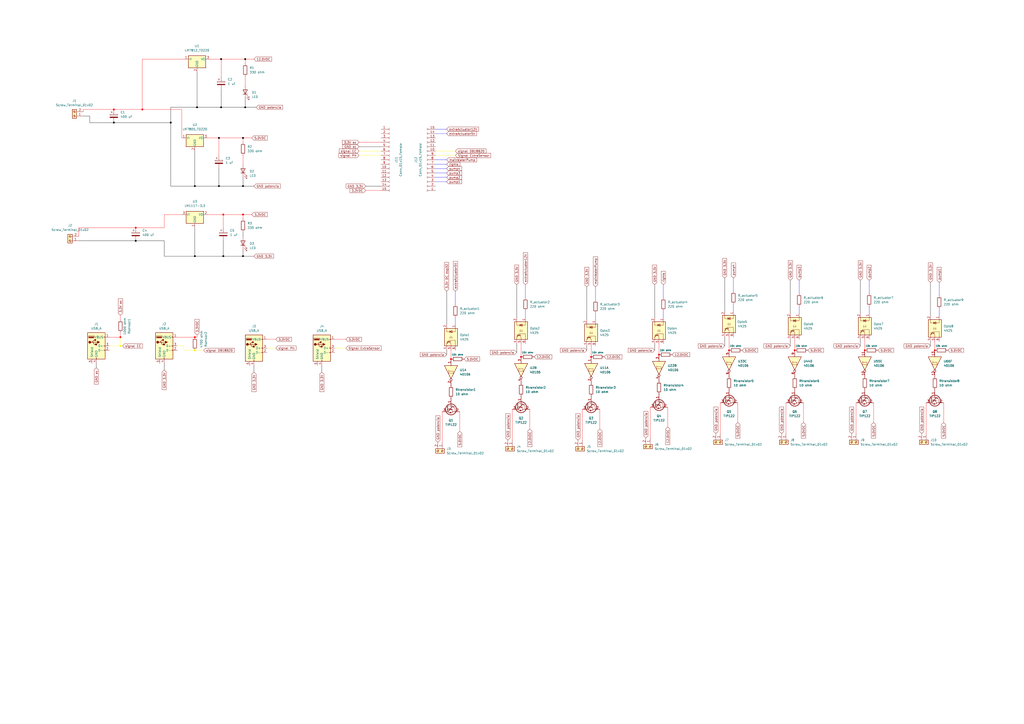
<source format=kicad_sch>
(kicad_sch (version 20211123) (generator eeschema)
  (paper "A2")
  (junction (at 66.04 71.12) (color 6 6 6 1))
  (junction (at 127 80.01) (color 0 0 0 1))
  (junction (at 113.03 148.59) (color 0 0 0 1))
  (junction (at 113.03 203.2) (color 255 245 5 1))
  (junction (at 114.3 62.23) (color 0 0 0 1))
  (junction (at 140.97 107.95) (color 0 0 0 1))
  (junction (at 261.62 208.28) (color 255 6 0 1))
  (junction (at 82.55 63.5) (color 255 0 8 1))
  (junction (at 142.24 34.29) (color 0 0 0 1))
  (junction (at 127 107.95) (color 0 0 0 1))
  (junction (at 128.27 62.23) (color 0 0 0 1))
  (junction (at 142.24 62.23) (color 0 0 0 1))
  (junction (at 129.54 124.46) (color 255 2 9 1))
  (junction (at 69.85 200.66) (color 255 243 1 1))
  (junction (at 129.54 148.59) (color 0 0 0 1))
  (junction (at 422.91 203.2) (color 255 2 0 1))
  (junction (at 69.85 195.58) (color 255 0 0 1))
  (junction (at 342.9 207.01) (color 255 0 6 1))
  (junction (at 99.06 71.12) (color 0 0 0 1))
  (junction (at 461.01 203.2) (color 255 0 0 1))
  (junction (at 140.97 148.59) (color 0 0 0 1))
  (junction (at 66.04 63.5) (color 255 0 4 1))
  (junction (at 140.97 124.46) (color 255 2 9 1))
  (junction (at 382.27 205.74) (color 255 0 0 1))
  (junction (at 302.26 207.01) (color 255 0 2 1))
  (junction (at 542.29 203.2) (color 255 2 6 1))
  (junction (at 113.03 195.58) (color 255 0 0 1))
  (junction (at 78.74 139.7) (color 0 0 0 1))
  (junction (at 78.74 132.08) (color 255 0 2 1))
  (junction (at 501.65 203.2) (color 255 0 0 1))
  (junction (at 140.97 80.01) (color 0 0 0 1))
  (junction (at 113.03 107.95) (color 0 0 0 1))
  (junction (at 128.27 34.29) (color 0 0 0 1))
  (wire (pts (xy 537.21 233.68) (xy 537.21 251.46)) (stroke (width 0) (color 255 10 6 1)))
  (wire (pts (xy 45.72 139.7) (xy 78.74 139.7)) (stroke (width 0) (color 0 0 0 1)))
  (wire (pts (xy 113.03 87.63) (xy 113.03 107.95)) (stroke (width 0) (color 0 0 0 1)))
  (wire (pts (xy 128.27 52.07) (xy 128.27 62.23)) (stroke (width 0) (color 0 0 0 1)))
  (wire (pts (xy 382.27 199.39) (xy 382.27 205.74)) (stroke (width 0) (color 255 0 2 1)))
  (wire (pts (xy 220.98 87.63) (xy 208.28 87.63)) (stroke (width 0) (color 255 252 5 1)))
  (wire (pts (xy 422.91 195.58) (xy 422.91 203.2)) (stroke (width 0) (color 255 0 8 1)))
  (wire (pts (xy 113.03 148.59) (xy 95.25 148.59)) (stroke (width 0) (color 0 0 0 1)))
  (wire (pts (xy 547.37 234.95) (xy 547.37 242.57)) (stroke (width 0) (color 255 2 2 1)))
  (wire (pts (xy 427.99 233.68) (xy 427.99 234.95)) (stroke (width 0) (color 255 4 8 1)))
  (wire (pts (xy 140.97 102.87) (xy 140.97 107.95)) (stroke (width 0) (color 0 0 0 1)))
  (wire (pts (xy 114.3 41.91) (xy 114.3 62.23)) (stroke (width 0) (color 0 0 0 1)))
  (wire (pts (xy 99.06 71.12) (xy 99.06 107.95)) (stroke (width 0) (color 0 0 0 1)))
  (wire (pts (xy 66.04 71.12) (xy 52.07 71.12)) (stroke (width 0) (color 0 0 0 1)))
  (wire (pts (xy 420.37 161.29) (xy 420.37 180.34)) (stroke (width 0) (color 0 0 0 1)))
  (wire (pts (xy 307.34 237.49) (xy 307.34 238.76)) (stroke (width 0) (color 255 4 8 1)))
  (wire (pts (xy 506.73 242.57) (xy 506.73 245.11)) (stroke (width 0) (color 255 0 7 1)))
  (wire (pts (xy 120.65 124.46) (xy 129.54 124.46)) (stroke (width 0) (color 255 2 0 1)))
  (wire (pts (xy 337.82 237.49) (xy 337.82 255.27)) (stroke (width 0) (color 255 10 6 1)))
  (wire (pts (xy 345.44 181.61) (xy 345.44 185.42)) (stroke (width 0) (color 7 0 255 1)))
  (wire (pts (xy 304.8 184.15) (xy 304.8 182.88)) (stroke (width 0) (color 12 7 255 1)))
  (wire (pts (xy 114.3 195.58) (xy 114.3 194.31)) (stroke (width 0) (color 255 6 10 1)))
  (wire (pts (xy 425.45 176.53) (xy 425.45 180.34)) (stroke (width 0) (color 7 0 255 1)))
  (wire (pts (xy 140.97 134.62) (xy 140.97 137.16)) (stroke (width 0) (color 0 0 0 1)))
  (wire (pts (xy 140.97 82.55) (xy 140.97 80.01)) (stroke (width 0) (color 255 10 17 1)))
  (wire (pts (xy 127 80.01) (xy 127 90.17)) (stroke (width 0) (color 255 2 0 1)))
  (wire (pts (xy 307.34 238.76) (xy 307.34 246.38)) (stroke (width 0) (color 255 2 2 1)))
  (wire (pts (xy 347.98 238.76) (xy 347.98 246.38)) (stroke (width 0) (color 255 2 2 1)))
  (wire (pts (xy 142.24 34.29) (xy 128.27 34.29)) (stroke (width 0) (color 255 10 17 1)))
  (wire (pts (xy 142.24 44.45) (xy 142.24 49.53)) (stroke (width 0) (color 255 6 15 1)))
  (wire (pts (xy 113.03 107.95) (xy 127 107.95)) (stroke (width 0) (color 0 0 0 1)))
  (wire (pts (xy 342.9 200.66) (xy 342.9 207.01)) (stroke (width 0) (color 255 2 6 1)))
  (wire (pts (xy 463.55 162.56) (xy 463.55 170.18)) (stroke (width 0) (color 7 0 255 1)))
  (wire (pts (xy 547.37 233.68) (xy 547.37 234.95)) (stroke (width 0) (color 255 4 8 1)))
  (wire (pts (xy 547.37 242.57) (xy 547.37 245.11)) (stroke (width 0) (color 255 0 7 1)))
  (wire (pts (xy 52.07 67.31) (xy 48.26 67.31)) (stroke (width 0) (color 0 0 0 1)))
  (wire (pts (xy 302.26 199.39) (xy 302.26 207.01)) (stroke (width 0) (color 255 10 14 1)))
  (wire (pts (xy 66.04 63.5) (xy 82.55 63.5)) (stroke (width 0) (color 255 0 13 1)))
  (wire (pts (xy 52.07 71.12) (xy 52.07 67.31)) (stroke (width 0) (color 0 0 0 1)))
  (wire (pts (xy 417.83 233.68) (xy 417.83 251.46)) (stroke (width 0) (color 255 10 6 1)))
  (wire (pts (xy 377.19 236.22) (xy 377.19 254)) (stroke (width 0) (color 255 10 6 1)))
  (wire (pts (xy 78.74 139.7) (xy 95.25 139.7)) (stroke (width 0) (color 0 0 0 1)))
  (wire (pts (xy 259.08 97.79) (xy 252.73 97.79)) (stroke (width 0) (color 10 4 255 1)))
  (wire (pts (xy 99.06 62.23) (xy 99.06 71.12)) (stroke (width 0) (color 0 0 0 1)))
  (wire (pts (xy 264.16 87.63) (xy 252.73 87.63)) (stroke (width 0) (color 255 248 0 1)))
  (wire (pts (xy 186.69 212.09) (xy 186.69 215.9)) (stroke (width 0) (color 0 0 0 1)))
  (wire (pts (xy 420.37 195.58) (xy 420.37 200.66)) (stroke (width 0) (color 0 0 0 1)))
  (wire (pts (xy 259.08 203.2) (xy 259.08 205.74)) (stroke (width 0) (color 0 0 0 1)))
  (wire (pts (xy 113.03 132.08) (xy 113.03 148.59)) (stroke (width 0) (color 0 0 0 1)))
  (wire (pts (xy 129.54 139.7) (xy 129.54 148.59)) (stroke (width 0) (color 0 0 0 1)))
  (wire (pts (xy 95.25 210.82) (xy 95.25 214.63)) (stroke (width 0) (color 0 0 0 1)))
  (wire (pts (xy 69.85 182.88) (xy 69.85 185.42)) (stroke (width 0) (color 255 2 9 1)))
  (wire (pts (xy 427.99 234.95) (xy 427.99 242.57)) (stroke (width 0) (color 255 2 2 1)))
  (wire (pts (xy 539.75 198.12) (xy 539.75 200.66)) (stroke (width 0) (color 0 0 0 1)))
  (wire (pts (xy 264.16 90.17) (xy 252.73 90.17)) (stroke (width 0) (color 255 244 7 1)))
  (wire (pts (xy 82.55 63.5) (xy 82.55 34.29)) (stroke (width 0) (color 255 2 4 1)))
  (wire (pts (xy 106.68 34.29) (xy 105.41 34.29)) (stroke (width 0) (color 255 4 0 1)))
  (wire (pts (xy 379.73 165.1) (xy 379.73 184.15)) (stroke (width 0) (color 0 0 0 1)))
  (wire (pts (xy 45.72 132.08) (xy 45.72 137.16)) (stroke (width 0) (color 255 4 6 1)))
  (wire (pts (xy 259.08 105.41) (xy 252.73 105.41)) (stroke (width 0) (color 11 1 255 1)))
  (wire (pts (xy 259.08 168.91) (xy 259.08 187.96)) (stroke (width 0) (color 0 0 0 1)))
  (wire (pts (xy 220.98 90.17) (xy 208.28 90.17)) (stroke (width 0) (color 254 255 7 1)))
  (wire (pts (xy 384.81 165.1) (xy 384.81 172.72)) (stroke (width 0) (color 7 0 255 1)))
  (wire (pts (xy 140.97 80.01) (xy 127 80.01)) (stroke (width 0) (color 255 10 17 1)))
  (wire (pts (xy 539.75 163.83) (xy 539.75 182.88)) (stroke (width 0) (color 0 0 0 1)))
  (wire (pts (xy 142.24 57.15) (xy 142.24 62.23)) (stroke (width 0) (color 0 0 0 1)))
  (wire (pts (xy 455.93 233.68) (xy 455.93 251.46)) (stroke (width 0) (color 255 10 6 1)))
  (wire (pts (xy 345.44 166.37) (xy 345.44 173.99)) (stroke (width 0) (color 7 0 255 1)))
  (wire (pts (xy 63.5 195.58) (xy 69.85 195.58)) (stroke (width 0) (color 255 3 19 1)))
  (wire (pts (xy 114.3 62.23) (xy 128.27 62.23)) (stroke (width 0) (color 0 0 0 1)))
  (wire (pts (xy 194.31 196.85) (xy 200.66 196.85)) (stroke (width 0) (color 255 0 4 1)))
  (wire (pts (xy 499.11 162.56) (xy 499.11 181.61)) (stroke (width 0) (color 0 0 0 1)))
  (wire (pts (xy 140.97 148.59) (xy 147.32 148.59)) (stroke (width 0) (color 0 0 0 1)))
  (wire (pts (xy 120.65 80.01) (xy 127 80.01)) (stroke (width 0) (color 255 2 0 1)))
  (wire (pts (xy 154.94 196.85) (xy 160.02 196.85)) (stroke (width 0) (color 255 10 0 1)))
  (wire (pts (xy 304.8 182.88) (xy 304.8 180.34)) (stroke (width 0) (color 14 11 255 1)))
  (wire (pts (xy 379.73 199.39) (xy 379.73 203.2)) (stroke (width 0) (color 0 0 0 1)))
  (wire (pts (xy 266.7 238.76) (xy 266.7 240.03)) (stroke (width 0) (color 255 4 8 1)))
  (wire (pts (xy 82.55 34.29) (xy 105.41 34.29)) (stroke (width 0) (color 255 2 4 1)))
  (wire (pts (xy 340.36 166.37) (xy 340.36 185.42)) (stroke (width 0) (color 0 0 0 1)))
  (wire (pts (xy 259.08 95.25) (xy 252.73 95.25)) (stroke (width 0) (color 10 4 255 1)))
  (wire (pts (xy 304.8 165.1) (xy 304.8 172.72)) (stroke (width 0) (color 7 0 255 1)))
  (wire (pts (xy 220.98 85.09) (xy 208.28 85.09)) (stroke (width 0) (color 0 0 0 1)))
  (wire (pts (xy 147.32 212.09) (xy 147.32 215.9)) (stroke (width 0) (color 0 0 0 1)))
  (wire (pts (xy 113.03 195.58) (xy 114.3 195.58)) (stroke (width 0) (color 255 6 10 1)))
  (wire (pts (xy 347.98 246.38) (xy 347.98 248.92)) (stroke (width 0) (color 255 0 7 1)))
  (wire (pts (xy 544.83 179.07) (xy 544.83 182.88)) (stroke (width 0) (color 7 0 255 1)))
  (wire (pts (xy 140.97 80.01) (xy 146.05 80.01)) (stroke (width 0) (color 255 0 4 1)))
  (wire (pts (xy 461.01 196.85) (xy 461.01 203.2)) (stroke (width 0) (color 255 0 2 1)))
  (wire (pts (xy 259.08 92.71) (xy 252.73 92.71)) (stroke (width 0) (color 0 1 255 1)))
  (wire (pts (xy 466.09 233.68) (xy 466.09 234.95)) (stroke (width 0) (color 255 4 8 1)))
  (wire (pts (xy 384.81 180.34) (xy 384.81 184.15)) (stroke (width 0) (color 7 0 255 1)))
  (wire (pts (xy 264.16 168.91) (xy 264.16 176.53)) (stroke (width 0) (color 7 0 255 1)))
  (wire (pts (xy 496.57 233.68) (xy 496.57 251.46)) (stroke (width 0) (color 255 10 6 1)))
  (wire (pts (xy 220.98 110.49) (xy 212.09 110.49)) (stroke (width 0) (color 255 10 17 1)))
  (wire (pts (xy 113.03 203.2) (xy 110.49 203.2)) (stroke (width 0) (color 255 240 4 1)))
  (wire (pts (xy 140.97 124.46) (xy 146.05 124.46)) (stroke (width 0) (color 255 2 0 1)))
  (wire (pts (xy 387.35 236.22) (xy 387.35 237.49)) (stroke (width 0) (color 255 4 8 1)))
  (wire (pts (xy 307.34 246.38) (xy 307.34 248.92)) (stroke (width 0) (color 255 0 7 1)))
  (wire (pts (xy 256.54 238.76) (xy 256.54 256.54)) (stroke (width 0) (color 255 10 6 1)))
  (wire (pts (xy 142.24 62.23) (xy 128.27 62.23)) (stroke (width 0) (color 0 0 0 1)))
  (wire (pts (xy 95.25 124.46) (xy 105.41 124.46)) (stroke (width 0) (color 254 8 2 1)))
  (wire (pts (xy 105.41 63.5) (xy 105.41 80.01)) (stroke (width 0) (color 255 6 17 1)))
  (wire (pts (xy 387.35 237.49) (xy 387.35 245.11)) (stroke (width 0) (color 255 2 2 1)))
  (wire (pts (xy 252.73 77.47) (xy 259.08 77.47)) (stroke (width 0) (color 0 1 255 1)))
  (wire (pts (xy 48.26 64.77) (xy 48.26 63.5)) (stroke (width 0) (color 255 0 6 1)))
  (wire (pts (xy 95.25 132.08) (xy 95.25 124.46)) (stroke (width 0) (color 254 8 2 1)))
  (wire (pts (xy 542.29 198.12) (xy 542.29 203.2)) (stroke (width 0) (color 255 2 2 1)))
  (wire (pts (xy 95.25 148.59) (xy 95.25 139.7)) (stroke (width 0) (color 0 0 0 1)))
  (wire (pts (xy 121.92 34.29) (xy 128.27 34.29)) (stroke (width 0) (color 255 2 0 1)))
  (wire (pts (xy 129.54 148.59) (xy 113.03 148.59)) (stroke (width 0) (color 0 0 0 1)))
  (wire (pts (xy 466.09 242.57) (xy 466.09 245.11)) (stroke (width 0) (color 255 0 7 1)))
  (wire (pts (xy 504.19 177.8) (xy 504.19 181.61)) (stroke (width 0) (color 7 0 255 1)))
  (wire (pts (xy 82.55 63.5) (xy 105.41 63.5)) (stroke (width 0) (color 255 6 17 1)))
  (wire (pts (xy 66.04 71.12) (xy 99.06 71.12)) (stroke (width 0) (color 0 0 0 1)))
  (wire (pts (xy 194.31 201.93) (xy 200.66 201.93)) (stroke (width 0) (color 251 255 0 1)))
  (wire (pts (xy 127 97.79) (xy 127 107.95)) (stroke (width 0) (color 0 0 0 1)))
  (wire (pts (xy 140.97 144.78) (xy 140.97 148.59)) (stroke (width 0) (color 0 0 0 1)))
  (wire (pts (xy 129.54 148.59) (xy 140.97 148.59)) (stroke (width 0) (color 0 0 0 1)))
  (wire (pts (xy 220.98 107.95) (xy 212.09 107.95)) (stroke (width 0) (color 0 0 0 1)))
  (wire (pts (xy 55.88 210.82) (xy 55.88 213.36)) (stroke (width 0) (color 0 0 0 1)))
  (wire (pts (xy 297.18 237.49) (xy 297.18 255.27)) (stroke (width 0) (color 255 10 6 1)))
  (wire (pts (xy 102.87 195.58) (xy 110.49 195.58)) (stroke (width 0) (color 255 0 6 1)))
  (wire (pts (xy 110.49 195.58) (xy 113.03 195.58)) (stroke (width 0) (color 255 6 10 1)))
  (wire (pts (xy 347.98 237.49) (xy 347.98 238.76)) (stroke (width 0) (color 255 4 8 1)))
  (wire (pts (xy 427.99 242.57) (xy 427.99 245.11)) (stroke (width 0) (color 255 0 7 1)))
  (wire (pts (xy 463.55 177.8) (xy 463.55 181.61)) (stroke (width 0) (color 7 0 255 1)))
  (wire (pts (xy 299.72 165.1) (xy 299.72 184.15)) (stroke (width 0) (color 0 0 0 1)))
  (wire (pts (xy 142.24 62.23) (xy 148.59 62.23)) (stroke (width 0) (color 0 0 0 1)))
  (wire (pts (xy 499.11 196.85) (xy 499.11 200.66)) (stroke (width 0) (color 0 0 0 1)))
  (wire (pts (xy 504.19 162.56) (xy 504.19 170.18)) (stroke (width 0) (color 7 0 255 1)))
  (wire (pts (xy 129.54 124.46) (xy 129.54 132.08)) (stroke (width 0) (color 255 0 2 1)))
  (wire (pts (xy 128.27 34.29) (xy 128.27 44.45)) (stroke (width 0) (color 255 2 0 1)))
  (wire (pts (xy 299.72 199.39) (xy 299.72 204.47)) (stroke (width 0) (color 0 0 0 1)))
  (wire (pts (xy 501.65 196.85) (xy 501.65 203.2)) (stroke (width 0) (color 255 0 4 1)))
  (wire (pts (xy 506.73 233.68) (xy 506.73 234.95)) (stroke (width 0) (color 255 4 8 1)))
  (wire (pts (xy 129.54 124.46) (xy 140.97 124.46)) (stroke (width 0) (color 255 2 0 1)))
  (wire (pts (xy 340.36 200.66) (xy 340.36 203.2)) (stroke (width 0) (color 0 0 0 1)))
  (wire (pts (xy 220.98 82.55) (xy 208.28 82.55)) (stroke (width 0) (color 255 2 9 1)))
  (wire (pts (xy 110.49 203.2) (xy 106.68 203.2)) (stroke (width 0) (color 255 249 7 1)))
  (wire (pts (xy 78.74 132.08) (xy 95.25 132.08)) (stroke (width 0) (color 255 0 0 1)))
  (wire (pts (xy 259.08 102.87) (xy 252.73 102.87)) (stroke (width 0) (color 8 3 255 1)))
  (wire (pts (xy 99.06 107.95) (xy 113.03 107.95)) (stroke (width 0) (color 0 0 0 1)))
  (wire (pts (xy 142.24 36.83) (xy 142.24 34.29)) (stroke (width 0) (color 255 10 17 1)))
  (wire (pts (xy 99.06 62.23) (xy 114.3 62.23)) (stroke (width 0) (color 0 0 0 1)))
  (wire (pts (xy 458.47 162.56) (xy 458.47 181.61)) (stroke (width 0) (color 0 0 0 1)))
  (wire (pts (xy 266.7 240.03) (xy 266.7 247.65)) (stroke (width 0) (color 255 4 2 1)))
  (wire (pts (xy 252.73 74.93) (xy 259.08 74.93)) (stroke (width 0) (color 9 4 255 1)))
  (wire (pts (xy 261.62 203.2) (xy 261.62 208.28)) (stroke (width 0) (color 255 0 10 1)))
  (wire (pts (xy 466.09 234.95) (xy 466.09 242.57)) (stroke (width 0) (color 255 2 2 1)))
  (wire (pts (xy 140.97 107.95) (xy 147.32 107.95)) (stroke (width 0) (color 0 0 0 1)))
  (wire (pts (xy 264.16 186.69) (xy 264.16 184.15)) (stroke (width 0) (color 15 10 255 1)))
  (wire (pts (xy 544.83 163.83) (xy 544.83 171.45)) (stroke (width 0) (color 7 0 255 1)))
  (wire (pts (xy 425.45 161.29) (xy 425.45 168.91)) (stroke (width 0) (color 7 0 255 1)))
  (wire (pts (xy 142.24 34.29) (xy 147.32 34.29)) (stroke (width 0) (color 255 0 4 1)))
  (wire (pts (xy 106.68 200.66) (xy 102.87 200.66)) (stroke (width 0) (color 255 249 7 1)))
  (wire (pts (xy 506.73 234.95) (xy 506.73 242.57)) (stroke (width 0) (color 255 2 2 1)))
  (wire (pts (xy 458.47 196.85) (xy 458.47 200.66)) (stroke (width 0) (color 0 0 0 1)))
  (wire (pts (xy 266.7 247.65) (xy 266.7 250.19)) (stroke (width 0) (color 255 0 7 1)))
  (wire (pts (xy 140.97 90.17) (xy 140.97 95.25)) (stroke (width 0) (color 255 6 15 1)))
  (wire (pts (xy 48.26 63.5) (xy 66.04 63.5)) (stroke (width 0) (color 255 0 6 1)))
  (wire (pts (xy 69.85 200.66) (xy 71.12 200.66)) (stroke (width 0) (color 255 246 3 1)))
  (wire (pts (xy 264.16 186.69) (xy 264.16 187.96)) (stroke (width 0) (color 13 9 255 1)))
  (wire (pts (xy 140.97 124.46) (xy 140.97 127)) (stroke (width 0) (color 255 0 2 1)))
  (wire (pts (xy 78.74 132.08) (xy 45.72 132.08)) (stroke (width 0) (color 255 4 6 1)))
  (wire (pts (xy 106.68 203.2) (xy 106.68 200.66)) (stroke (width 0) (color 255 249 7 1)))
  (wire (pts (xy 140.97 107.95) (xy 127 107.95)) (stroke (width 0) (color 0 0 0 1)))
  (wire (pts (xy 259.08 100.33) (xy 252.73 100.33)) (stroke (width 0) (color 10 4 255 1)))
  (wire (pts (xy 63.5 200.66) (xy 69.85 200.66)) (stroke (width 0) (color 255 247 2 1)))
  (wire (pts (xy 69.85 195.58) (xy 69.85 200.66)) (stroke (width 0) (color 255 247 2 1)))
  (wire (pts (xy 69.85 193.04) (xy 69.85 195.58)) (stroke (width 0) (color 255 8 19 1)))
  (wire (pts (xy 387.35 245.11) (xy 387.35 247.65)) (stroke (width 0) (color 255 0 7 1)))
  (wire (pts (xy 118.11 203.2) (xy 113.03 203.2)) (stroke (width 0) (color 255 240 4 1)))
  (wire (pts (xy 154.94 201.93) (xy 160.02 201.93)) (stroke (width 0) (color 255 246 3 1)))
  (global_label "GND potencia" (shape input) (at 294.64 255.27 90) (property "Intersheet References" "${INTERSHEET_REFS}" (effects hide)))
  (global_label "GND potencia" (shape input) (at 499.11 200.66 180) (property "Intersheet References" "${INTERSHEET_REFS}" (effects hide)))
  (global_label "GND 3.3V" (shape input) (at 379.73 165.1 90) (property "Intersheet References" "${INTERSHEET_REFS}" (effects hide)))
  (global_label "GND potencia" (shape input) (at 254 256.54 90) (property "Intersheet References" "${INTERSHEET_REFS}" (effects hide)))
  (global_label "3.3VDC" (shape input) (at 212.09 110.49 180) (property "Intersheet References" "${INTERSHEET_REFS}" (effects hide)))
  (global_label "extraActuator12V" (shape input) (at 304.8 165.1 90) (property "Intersheet References" "${INTERSHEET_REFS}" (effects hide)))
  (global_label "5.0VDC" (shape input) (at 146.05 80.01 0) (property "Intersheet References" "${INTERSHEET_REFS}" (effects hide)))
  (global_label "signal EC" (shape input) (at 208.28 87.63 180) (property "Intersheet References" "${INTERSHEET_REFS}" (effects hide)))
  (global_label "GND potencia" (shape input) (at 534.67 251.46 90) (property "Intersheet References" "${INTERSHEET_REFS}" (effects hide)))
  (global_label "GND potencia" (shape input) (at 147.32 107.95 0) (property "Intersheet References" "${INTERSHEET_REFS}" (effects hide)))
  (global_label "GND potencia" (shape input) (at 374.65 254 90) (property "Intersheet References" "${INTERSHEET_REFS}" (effects hide)))
  (global_label "3.3V DC esp32" (shape input) (at 259.08 168.91 90) (property "Intersheet References" "${INTERSHEET_REFS}" (effects hide)))
  (global_label "5.0VDC" (shape input) (at 266.7 250.19 270) (property "Intersheet References" "${INTERSHEET_REFS}" (effects hide)))
  (global_label "extraActuator5V" (shape input) (at 264.16 168.91 90) (property "Intersheet References" "${INTERSHEET_REFS}" (effects hide)))
  (global_label "3.3V ec" (shape input) (at 208.28 82.55 180) (property "Intersheet References" "${INTERSHEET_REFS}" (effects hide)))
  (global_label "5.0VDC" (shape input) (at 468.63 203.2 0) (property "Intersheet References" "${INTERSHEET_REFS}" (effects hide)))
  (global_label "pump2" (shape input) (at 504.19 162.56 90) (property "Intersheet References" "${INTERSHEET_REFS}" (effects hide)))
  (global_label "GND ec" (shape input) (at 208.28 85.09 180) (property "Intersheet References" "${INTERSHEET_REFS}" (effects hide)))
  (global_label "GND potencia" (shape input) (at 453.39 251.46 90) (property "Intersheet References" "${INTERSHEET_REFS}" (effects hide)))
  (global_label "Signal ExtraSensor" (shape input) (at 264.16 90.17 0) (property "Intersheet References" "${INTERSHEET_REFS}" (effects hide)))
  (global_label "lights" (shape input) (at 384.81 165.1 90) (property "Intersheet References" "${INTERSHEET_REFS}" (effects hide)))
  (global_label "12.0VDC" (shape input) (at 307.34 248.92 270) (property "Intersheet References" "${INTERSHEET_REFS}" (effects hide)))
  (global_label "GND potencia" (shape input) (at 335.28 255.27 90) (property "Intersheet References" "${INTERSHEET_REFS}" (effects hide)))
  (global_label "pump2" (shape input) (at 259.08 102.87 0) (property "Intersheet References" "${INTERSHEET_REFS}" (effects hide)))
  (global_label "pump4" (shape input) (at 259.08 97.79 0) (property "Intersheet References" "${INTERSHEET_REFS}" (effects hide)))
  (global_label "12.0VDC" (shape input) (at 387.35 247.65 270) (property "Intersheet References" "${INTERSHEET_REFS}" (effects hide)))
  (global_label "GND 3.3V" (shape input) (at 147.32 148.59 0) (property "Intersheet References" "${INTERSHEET_REFS}" (effects hide)))
  (global_label "Signal ExtraSensor" (shape input) (at 200.66 201.93 0) (property "Intersheet References" "${INTERSHEET_REFS}" (effects hide)))
  (global_label "5.0VDC" (shape input) (at 430.53 203.2 0) (property "Intersheet References" "${INTERSHEET_REFS}" (effects hide)))
  (global_label "pump3" (shape input) (at 463.55 162.56 90) (property "Intersheet References" "${INTERSHEET_REFS}" (effects hide)))
  (global_label "12.0VDC" (shape input) (at 389.89 205.74 0) (property "Intersheet References" "${INTERSHEET_REFS}" (effects hide)))
  (global_label "signal PH" (shape input) (at 208.28 90.17 180) (property "Intersheet References" "${INTERSHEET_REFS}" (effects hide)))
  (global_label "GND potencia" (shape input) (at 299.72 204.47 180) (property "Intersheet References" "${INTERSHEET_REFS}" (effects hide)))
  (global_label "GND 3.3V" (shape input) (at 539.75 163.83 90) (property "Intersheet References" "${INTERSHEET_REFS}" (effects hide)))
  (global_label "5.0VDC" (shape input) (at 269.24 208.28 0) (property "Intersheet References" "${INTERSHEET_REFS}" (effects hide)))
  (global_label "signal DB18B20" (shape input) (at 118.11 203.2 0) (property "Intersheet References" "${INTERSHEET_REFS}" (effects hide)))
  (global_label "pump1" (shape input) (at 544.83 163.83 90) (property "Intersheet References" "${INTERSHEET_REFS}" (effects hide)))
  (global_label "GND 3.3V" (shape input) (at 420.37 161.29 90) (property "Intersheet References" "${INTERSHEET_REFS}" (effects hide)))
  (global_label "pump4" (shape input) (at 425.45 161.29 90) (property "Intersheet References" "${INTERSHEET_REFS}" (effects hide)))
  (global_label "GND 3.3V" (shape input) (at 95.25 214.63 270) (property "Intersheet References" "${INTERSHEET_REFS}" (effects hide)))
  (global_label "pump1" (shape input) (at 259.08 105.41 0) (property "Intersheet References" "${INTERSHEET_REFS}" (effects hide)))
  (global_label "3.3V ec" (shape input) (at 69.85 182.88 90) (property "Intersheet References" "${INTERSHEET_REFS}" (effects hide)))
  (global_label "GND potencia" (shape input) (at 148.59 62.23 0) (property "Intersheet References" "${INTERSHEET_REFS}" (effects hide)))
  (global_label "signal PH" (shape input) (at 160.02 201.93 0) (property "Intersheet References" "${INTERSHEET_REFS}" (effects hide)))
  (global_label "GND 3.3V" (shape input) (at 147.32 215.9 270) (property "Intersheet References" "${INTERSHEET_REFS}" (effects hide)))
  (global_label "GND potencia" (shape input) (at 539.75 200.66 180) (property "Intersheet References" "${INTERSHEET_REFS}" (effects hide)))
  (global_label "signal EC" (shape input) (at 71.12 200.66 0) (property "Intersheet References" "${INTERSHEET_REFS}" (effects hide)))
  (global_label "GND potencia" (shape input) (at 494.03 251.46 90) (property "Intersheet References" "${INTERSHEET_REFS}" (effects hide)))
  (global_label "GND 3.3V" (shape input) (at 499.11 162.56 90) (property "Intersheet References" "${INTERSHEET_REFS}" (effects hide)))
  (global_label "extraActuator5V" (shape input) (at 259.08 77.47 0) (property "Intersheet References" "${INTERSHEET_REFS}" (effects hide)))
  (global_label "mainWaterPump" (shape input) (at 345.44 166.37 90) (property "Intersheet References" "${INTERSHEET_REFS}" (effects hide)))
  (global_label "GND 3.3V" (shape input) (at 212.09 107.95 180) (property "Intersheet References" "${INTERSHEET_REFS}" (effects hide)))
  (global_label "GND potencia" (shape input) (at 415.29 251.46 90) (property "Intersheet References" "${INTERSHEET_REFS}" (effects hide)))
  (global_label "GND 3.3V" (shape input) (at 458.47 162.56 90) (property "Intersheet References" "${INTERSHEET_REFS}" (effects hide)))
  (global_label "3.3VDC" (shape input) (at 146.05 124.46 0) (property "Intersheet References" "${INTERSHEET_REFS}" (effects hide)))
  (global_label "3.3VDC" (shape input) (at 160.02 196.85 0) (property "Intersheet References" "${INTERSHEET_REFS}" (effects hide)))
  (global_label "pump3" (shape input) (at 259.08 100.33 0) (property "Intersheet References" "${INTERSHEET_REFS}" (effects hide)))
  (global_label "3.3VDC" (shape input) (at 114.3 194.31 90) (property "Intersheet References" "${INTERSHEET_REFS}" (effects hide)))
  (global_label "GND potencia" (shape input) (at 379.73 203.2 180) (property "Intersheet References" "${INTERSHEET_REFS}" (effects hide)))
  (global_label "GND 3.3V" (shape input) (at 340.36 166.37 90) (property "Intersheet References" "${INTERSHEET_REFS}" (effects hide)))
  (global_label "GND ec" (shape input) (at 55.88 213.36 270) (property "Intersheet References" "${INTERSHEET_REFS}" (effects hide)))
  (global_label "GND potencia" (shape input) (at 259.08 205.74 180) (property "Intersheet References" "${INTERSHEET_REFS}" (effects hide)))
  (global_label "12.0VDC" (shape input) (at 309.88 207.01 0) (property "Intersheet References" "${INTERSHEET_REFS}" (effects hide)))
  (global_label "3.3VDC" (shape input) (at 200.66 196.85 0) (property "Intersheet References" "${INTERSHEET_REFS}" (effects hide)))
  (global_label "5.0VDC" (shape input) (at 547.37 245.11 270) (property "Intersheet References" "${INTERSHEET_REFS}" (effects hide)))
  (global_label "5.0VDC" (shape input) (at 549.91 203.2 0) (property "Intersheet References" "${INTERSHEET_REFS}" (effects hide)))
  (global_label "extraActuator12V" (shape input) (at 259.08 74.93 0) (property "Intersheet References" "${INTERSHEET_REFS}" (effects hide)))
  (global_label "12.0VDC" (shape input) (at 347.98 248.92 270) (property "Intersheet References" "${INTERSHEET_REFS}" (effects hide)))
  (global_label "GND 3.3V" (shape input) (at 186.69 215.9 270) (property "Intersheet References" "${INTERSHEET_REFS}" (effects hide)))
  (global_label "signal DB18B20" (shape input) (at 264.16 87.63 0) (property "Intersheet References" "${INTERSHEET_REFS}" (effects hide)))
  (global_label "5.0VDC" (shape input) (at 506.73 245.11 270) (property "Intersheet References" "${INTERSHEET_REFS}" (effects hide)))
  (global_label "12.0VDC" (shape input) (at 350.52 207.01 0) (property "Intersheet References" "${INTERSHEET_REFS}" (effects hide)))
  (global_label "12.0VDC" (shape input) (at 147.32 34.29 0) (property "Intersheet References" "${INTERSHEET_REFS}" (effects hide)))
  (global_label "5.0VDC" (shape input) (at 427.99 245.11 270) (property "Intersheet References" "${INTERSHEET_REFS}" (effects hide)))
  (global_label "GND potencia" (shape input) (at 340.36 203.2 180) (property "Intersheet References" "${INTERSHEET_REFS}" (effects hide)))
  (global_label "5.0VDC" (shape input) (at 466.09 245.11 270) (property "Intersheet References" "${INTERSHEET_REFS}" (effects hide)))
  (global_label "GND potencia" (shape input) (at 458.47 200.66 180) (property "Intersheet References" "${INTERSHEET_REFS}" (effects hide)))
  (global_label "5.0VDC" (shape input) (at 509.27 203.2 0) (property "Intersheet References" "${INTERSHEET_REFS}" (effects hide)))
  (global_label "GND potencia" (shape input) (at 420.37 200.66 180) (property "Intersheet References" "${INTERSHEET_REFS}" (effects hide)))
  (global_label "mainWaterPump" (shape input) (at 259.08 92.71 0) (property "Intersheet References" "${INTERSHEET_REFS}" (effects hide)))
  (global_label "GND 3.3V" (shape input) (at 299.72 165.1 90) (property "Intersheet References" "${INTERSHEET_REFS}" (effects hide)))
  (global_label "lights" (shape input) (at 259.08 95.25 0) (property "Intersheet References" "${INTERSHEET_REFS}" (effects hide)))
  (symbol (lib_id "Connector:Screw_Terminal_01x02") (at 40.64 139.7 180) (unit 1)
    (property "Reference" "J2" (at 40.64 130.81 0))
    (property "Value" "Screw_Terminal_01x02" (at 40.64 133.35 0))
  )
  (symbol (lib_id "Device:LED") (at 140.97 140.97 90) (unit 1)
    (property "Reference" "D3" (at 144.78 141.2874 90) (effects (justify right)))
    (property "Value" "LED" (at 144.78 143.8274 90) (effects (justify right)))
  )
  (symbol (lib_id "Connector:Screw_Terminal_01x02") (at 337.82 260.35 270) (unit 1)
    (property "Reference" "J5" (at 340.36 259.0799 90) (effects (justify left)))
    (property "Value" "Screw_Terminal_01x02" (at 340.36 261.6199 90) (effects (justify left)))
  )
  (symbol (lib_id "Isolator:4N25") (at 461.01 189.23 270) (unit 1)
    (property "Reference" "Opto6" (at 466.09 187.9599 90) (effects (justify left)))
    (property "Value" "4N25" (at 466.09 190.4999 90) (effects (justify left)))
    (property "Footprint" "Package_DIP:DIP-6_W7.62mm" (effects hide))
    (property "Datasheet" "https://www.vishay.com/docs/83725/4n25.pdf" (effects hide))
  )
  (symbol (lib_id "Transistor_BJT:TIP122") (at 302.26 234.95 270) (unit 1)
    (property "Reference" "Q2" (at 302.26 242.57 90))
    (property "Value" "TIP122" (at 302.26 245.11 90))
    (property "Footprint" "Package_TO_SOT_THT:TO-220-3_Vertical" (effects hide))
    (property "Datasheet" "https://www.onsemi.com/pub/Collateral/TIP120-D.PDF" (effects hide))
  )
  (symbol (lib_id "Device:C_Polarized") (at 129.54 135.89 0) (unit 1)
    (property "Reference" "C5" (at 133.35 133.7309 0) (effects (justify left)))
    (property "Value" "1 uF" (at 133.35 136.2709 0) (effects (justify left)))
    (property "Footprint" "maticas:electrolitic_capacitor_470uF" (effects hide))
  )
  (symbol (lib_id "Device:R") (at 461.01 222.25 0) (unit 1)
    (property "Reference" "Rtransistor6" (at 463.55 220.9799 0) (effects (justify left)))
    (property "Value" "10 ohm" (at 463.55 223.52 0) (effects (justify left)))
    (property "Footprint" "Resistor_THT:R_Axial_DIN0207_L6.3mm_D2.5mm_P7.62mm_Horizontal" (effects hide))
  )
  (symbol (lib_id "Device:R") (at 426.72 203.2 90) (unit 1)
    (property "Reference" "Rpullup5" (effects hide))
    (property "Value" "10k ohm" (at 426.72 200.66 90) (effects (font (size 1 1))))
    (property "Footprint" "Resistor_THT:R_Axial_DIN0207_L6.3mm_D2.5mm_P7.62mm_Horizontal" (effects hide))
  )
  (symbol (lib_id "Device:R") (at 463.55 173.99 0) (unit 1)
    (property "Reference" "R_actuator6" (at 466.09 172.7199 0) (effects (justify left)))
    (property "Value" "220 ohm" (at 466.09 175.2599 0) (effects (justify left)))
    (property "Footprint" "Resistor_THT:R_Axial_DIN0204_L3.6mm_D1.6mm_P5.08mm_Horizontal" (effects hide))
  )
  (symbol (lib_id "Transistor_BJT:TIP122") (at 501.65 231.14 270) (unit 1)
    (property "Reference" "Q7" (at 501.65 238.76 90))
    (property "Value" "TIP122" (at 501.65 241.3 90))
    (property "Footprint" "Package_TO_SOT_THT:TO-220-3_Vertical" (effects hide))
    (property "Datasheet" "https://www.onsemi.com/pub/Collateral/TIP120-D.PDF" (effects hide))
  )
  (symbol (lib_id "Device:R") (at 140.97 130.81 0) (unit 1)
    (property "Reference" "R3" (at 143.51 129.5399 0) (effects (justify left)))
    (property "Value" "330 ohm" (at 143.51 132.0799 0) (effects (justify left)))
    (property "Footprint" "Resistor_THT:R_Axial_DIN0204_L3.6mm_D1.6mm_P5.08mm_Horizontal" (effects hide))
  )
  (symbol (lib_id "Connector:USB_A") (at 95.25 200.66 0) (unit 1)
    (property "Reference" "J2" (at 95.25 187.96 0))
    (property "Value" "USB_A" (at 95.25 190.5 0))
    (property "Footprint" "Connector_USB:USB_A_Molex_67643_Horizontal" (effects hide))
    (property "Datasheet" " ~" (effects hide))
  )
  (symbol (lib_id "Device:R") (at 261.62 227.33 0) (unit 1)
    (property "Reference" "Rtransistor1" (at 264.16 226.0599 0) (effects (justify left)))
    (property "Value" "10 ohm" (at 264.16 228.6 0) (effects (justify left)))
    (property "Footprint" "Resistor_THT:R_Axial_DIN0207_L6.3mm_D2.5mm_P7.62mm_Horizontal" (effects hide))
  )
  (symbol (lib_id "Connector:Conn_01x15_Female") (at 247.65 92.71 180) (unit 1)
    (property "Reference" "J12" (at 241.3 92.71 90))
    (property "Value" "Conn_01x15_Female" (at 243.84 92.71 90))
    (property "Footprint" "Connector_PinSocket_1.27mm:PinSocket_1x15_P1.27mm_Vertical" (effects hide))
  )
  (symbol (lib_id "Device:LED") (at 140.97 99.06 90) (unit 1)
    (property "Reference" "D2" (at 144.78 99.3774 90) (effects (justify right)))
    (property "Value" "LED" (at 144.78 101.9174 90) (effects (justify right)))
    (property "Footprint" "LED_THT:LED_D3.0mm" (effects hide))
  )
  (symbol (lib_id "Connector:Screw_Terminal_01x02") (at 377.19 259.08 270) (unit 1)
    (property "Reference" "J6" (at 379.73 257.8099 90) (effects (justify left)))
    (property "Value" "Screw_Terminal_01x02" (at 379.73 260.3499 90) (effects (justify left)))
  )
  (symbol (lib_id "Device:R") (at 342.9 226.06 0) (unit 1)
    (property "Reference" "Rtransistor3" (at 345.44 224.7899 0) (effects (justify left)))
    (property "Value" "10 ohm" (at 345.44 227.33 0) (effects (justify left)))
    (property "Footprint" "Resistor_THT:R_Axial_DIN0207_L6.3mm_D2.5mm_P7.62mm_Horizontal" (effects hide))
  )
  (symbol (lib_id "Device:R") (at 386.08 205.74 90) (unit 1)
    (property "Reference" "Rpullup4" (effects hide))
    (property "Value" "10k ohm" (at 386.08 203.2 90) (effects (font (size 1 1))))
    (property "Footprint" "Resistor_THT:R_Axial_DIN0207_L6.3mm_D2.5mm_P7.62mm_Horizontal" (effects hide))
  )
  (symbol (lib_id "Regulator_Linear:LM1117-3.3") (at 113.03 124.46 0) (unit 1)
    (property "Reference" "U3" (at 113.03 116.84 0))
    (property "Value" "LM1117-3.3" (at 113.03 119.38 0))
    (property "Datasheet" "http://www.ti.com/lit/ds/symlink/lm1117.pdf" (effects hide))
  )
  (symbol (lib_id "Device:R") (at 544.83 175.26 0) (unit 1)
    (property "Reference" "R_actuator9" (at 547.37 173.9899 0) (effects (justify left)))
    (property "Value" "220 ohm" (at 547.37 176.5299 0) (effects (justify left)))
    (property "Footprint" "Resistor_THT:R_Axial_DIN0204_L3.6mm_D1.6mm_P5.08mm_Horizontal" (effects hide))
  )
  (symbol (lib_id "Connector:Conn_01x15_Female") (at 226.06 92.71 0) (unit 1)
    (property "Reference" "J11" (at 229.87 92.71 90))
    (property "Value" "Conn_01x15_Female" (at 232.41 92.71 90))
    (property "Footprint" "Connector_PinSocket_1.27mm:PinSocket_1x15_P1.27mm_Vertical" (effects hide))
  )
  (symbol (lib_id "Device:R") (at 140.97 86.36 0) (unit 1)
    (property "Reference" "R2" (at 143.51 85.0899 0) (effects (justify left)))
    (property "Value" "330 ohm" (at 143.51 87.6299 0) (effects (justify left)))
    (property "Footprint" "Resistor_THT:R_Axial_DIN0204_L3.6mm_D1.6mm_P5.08mm_Horizontal" (effects hide))
  )
  (symbol (lib_id "Device:R") (at 505.46 203.2 90) (unit 1)
    (property "Reference" "Rpullup7" (effects hide))
    (property "Value" "10k ohm" (at 505.46 200.66 90) (effects (font (size 1 1))))
    (property "Footprint" "Resistor_THT:R_Axial_DIN0207_L6.3mm_D2.5mm_P7.62mm_Horizontal" (effects hide))
  )
  (symbol (lib_id "Device:R") (at 302.26 226.06 0) (unit 1)
    (property "Reference" "Rtransistor2" (at 304.8 224.7899 0) (effects (justify left)))
    (property "Value" "10 ohm" (at 304.8 227.33 0) (effects (justify left)))
    (property "Footprint" "Resistor_THT:R_Axial_DIN0207_L6.3mm_D2.5mm_P7.62mm_Horizontal" (effects hide))
  )
  (symbol (lib_id "Device:R") (at 346.71 207.01 90) (unit 1)
    (property "Reference" "Rpullup3" (effects hide))
    (property "Value" "10k ohm" (at 346.71 204.47 90) (effects (font (size 1 1))))
    (property "Footprint" "Resistor_THT:R_Axial_DIN0207_L6.3mm_D2.5mm_P7.62mm_Horizontal" (effects hide))
  )
  (symbol (lib_id "Device:R") (at 142.24 40.64 0) (unit 1)
    (property "Reference" "R1" (at 144.78 39.3699 0) (effects (justify left)))
    (property "Value" "330 ohm" (at 144.78 41.9099 0) (effects (justify left)))
    (property "Footprint" "Resistor_THT:R_Axial_DIN0204_L3.6mm_D1.6mm_P5.08mm_Horizontal" (effects hide))
  )
  (symbol (lib_id "Transistor_BJT:TIP122") (at 422.91 231.14 270) (unit 1)
    (property "Reference" "Q5" (at 422.91 238.76 90))
    (property "Value" "TIP122" (at 422.91 241.3 90))
    (property "Footprint" "Package_TO_SOT_THT:TO-220-3_Vertical" (effects hide))
    (property "Datasheet" "https://www.onsemi.com/pub/Collateral/TIP120-D.PDF" (effects hide))
  )
  (symbol (lib_id "Regulator_Linear:LM7812_TO220") (at 114.3 34.29 0) (unit 1)
    (property "Reference" "U1" (at 114.3 26.67 0))
    (property "Value" "LM7812_TO220" (at 114.3 29.21 0))
    (property "Footprint" "Package_TO_SOT_THT:TO-220-3_Vertical" (effects hide))
    (property "Datasheet" "https://www.onsemi.cn/PowerSolutions/document/MC7800-D.PDF" (effects hide))
  )
  (symbol (lib_id "Transistor_BJT:TIP122") (at 342.9 234.95 270) (unit 1)
    (property "Reference" "Q3" (at 342.9 242.57 90))
    (property "Value" "TIP122" (at 342.9 245.11 90))
    (property "Footprint" "Package_TO_SOT_THT:TO-220-3_Vertical" (effects hide))
    (property "Datasheet" "https://www.onsemi.com/pub/Collateral/TIP120-D.PDF" (effects hide))
  )
  (symbol (lib_id "Device:C_Polarized") (at 78.74 135.89 0) (unit 1)
    (property "Reference" "C4" (at 82.55 133.7309 0) (effects (justify left)))
    (property "Value" "400 uF" (at 82.55 136.2709 0) (effects (justify left)))
    (property "Footprint" "maticas:electrolitic_capacitor_470uF" (effects hide))
  )
  (symbol (lib_id "Transistor_BJT:TIP122") (at 261.62 236.22 270) (unit 1)
    (property "Reference" "Q1" (at 261.62 243.84 90))
    (property "Value" "TIP122" (at 261.62 246.38 90))
    (property "Footprint" "Package_TO_SOT_THT:TO-220-3_Vertical" (effects hide))
    (property "Datasheet" "https://www.onsemi.com/pub/Collateral/TIP120-D.PDF" (effects hide))
  )
  (symbol (lib_id "4xxx:40106") (at 461.01 210.82 270) (unit 4)
    (property "Reference" "U44" (at 466.09 209.5499 90) (effects (justify left)))
    (property "Value" "40106" (at 466.09 212.0899 90) (effects (justify left)))
    (property "Datasheet" "https://assets.nexperia.com/documents/data-sheet/HEF40106B.pdf" (effects hide))
  )
  (symbol (lib_id "4xxx:40106") (at 261.62 215.9 270) (unit 1)
    (property "Reference" "U1" (at 266.7 214.6299 90) (effects (justify left)))
    (property "Value" "40106" (at 266.7 217.1699 90) (effects (justify left)))
    (property "Datasheet" "https://assets.nexperia.com/documents/data-sheet/HEF40106B.pdf" (effects hide))
  )
  (symbol (lib_id "Device:R") (at 425.45 172.72 0) (unit 1)
    (property "Reference" "R_actuator5" (at 427.99 171.4499 0) (effects (justify left)))
    (property "Value" "220 ohm" (at 427.99 173.9899 0) (effects (justify left)))
    (property "Footprint" "Resistor_THT:R_Axial_DIN0204_L3.6mm_D1.6mm_P5.08mm_Horizontal" (effects hide))
  )
  (symbol (lib_id "Device:R") (at 504.19 173.99 0) (unit 1)
    (property "Reference" "R_actuator7" (at 506.73 172.7199 0) (effects (justify left)))
    (property "Value" "220 ohm" (at 506.73 175.2599 0) (effects (justify left)))
    (property "Footprint" "Resistor_THT:R_Axial_DIN0204_L3.6mm_D1.6mm_P5.08mm_Horizontal" (effects hide))
  )
  (symbol (lib_id "Device:R") (at 546.1 203.2 90) (unit 1)
    (property "Reference" "Rpullup8" (effects hide))
    (property "Value" "10k ohm" (at 546.1 200.66 90) (effects (font (size 1 1))))
    (property "Footprint" "Resistor_THT:R_Axial_DIN0207_L6.3mm_D2.5mm_P7.62mm_Horizontal" (effects hide))
  )
  (symbol (lib_id "Connector:Screw_Terminal_01x02") (at 455.93 256.54 270) (unit 1)
    (property "Reference" "J8" (at 458.47 255.2699 90) (effects (justify left)))
    (property "Value" "Screw_Terminal_01x02" (at 458.47 257.8099 90) (effects (justify left)))
  )
  (symbol (lib_id "Device:LED") (at 142.24 53.34 90) (unit 1)
    (property "Reference" "D1" (at 146.05 53.6574 90) (effects (justify right)))
    (property "Value" "LED" (at 146.05 56.1974 90) (effects (justify right)))
    (property "Footprint" "LED_THT:LED_D3.0mm" (effects hide))
  )
  (symbol (lib_id "4xxx:40106") (at 542.29 210.82 270) (unit 6)
    (property "Reference" "U66" (at 547.37 209.5499 90) (effects (justify left)))
    (property "Value" "40106" (at 547.37 212.0899 90) (effects (justify left)))
    (property "Datasheet" "https://assets.nexperia.com/documents/data-sheet/HEF40106B.pdf" (effects hide))
  )
  (symbol (lib_id "4xxx:40106") (at 342.9 214.63 270) (unit 1)
    (property "Reference" "U11" (at 347.98 213.3599 90) (effects (justify left)))
    (property "Value" "40106" (at 347.98 215.8999 90) (effects (justify left)))
    (property "Datasheet" "https://assets.nexperia.com/documents/data-sheet/HEF40106B.pdf" (effects hide))
  )
  (symbol (lib_id "Isolator:4N25") (at 342.9 193.04 270) (unit 1)
    (property "Reference" "Opto3" (at 347.98 191.7699 90) (effects (justify left)))
    (property "Value" "4N25" (at 347.98 194.3099 90) (effects (justify left)))
    (property "Footprint" "Package_DIP:DIP-6_W7.62mm" (effects hide))
    (property "Datasheet" "https://www.vishay.com/docs/83725/4n25.pdf" (effects hide))
  )
  (symbol (lib_id "4xxx:40106") (at 501.65 210.82 270) (unit 5)
    (property "Reference" "U55" (at 506.73 209.5499 90) (effects (justify left)))
    (property "Value" "40106" (at 506.73 212.0899 90) (effects (justify left)))
    (property "Datasheet" "https://assets.nexperia.com/documents/data-sheet/HEF40106B.pdf" (effects hide))
  )
  (symbol (lib_id "Connector:Screw_Terminal_01x02") (at 43.18 67.31 180) (unit 1)
    (property "Reference" "J1" (at 43.18 58.42 0))
    (property "Value" "Screw_Terminal_01x02" (at 43.18 60.96 0))
  )
  (symbol (lib_id "4xxx:40106") (at 302.26 214.63 270) (unit 2)
    (property "Reference" "U2" (at 307.34 213.3599 90) (effects (justify left)))
    (property "Value" "40106" (at 307.34 215.8999 90) (effects (justify left)))
    (property "Datasheet" "https://assets.nexperia.com/documents/data-sheet/HEF40106B.pdf" (effects hide))
  )
  (symbol (lib_id "Device:C_Polarized") (at 128.27 48.26 0) (unit 1)
    (property "Reference" "C2" (at 132.08 46.1009 0) (effects (justify left)))
    (property "Value" "1 uF" (at 132.08 48.6409 0) (effects (justify left)))
    (property "Footprint" "maticas:electrolitic_capacitor_470uF" (effects hide))
  )
  (symbol (lib_id "Connector:Screw_Terminal_01x02") (at 537.21 256.54 270) (unit 1)
    (property "Reference" "J10" (at 539.75 255.2699 90) (effects (justify left)))
    (property "Value" "Screw_Terminal_01x02" (at 539.75 257.8099 90) (effects (justify left)))
  )
  (symbol (lib_id "Device:R") (at 384.81 176.53 0) (unit 1)
    (property "Reference" "R_actuator4" (at 387.35 175.2599 0) (effects (justify left)))
    (property "Value" "220 ohm" (at 387.35 177.7999 0) (effects (justify left)))
    (property "Footprint" "Resistor_THT:R_Axial_DIN0204_L3.6mm_D1.6mm_P5.08mm_Horizontal" (effects hide))
  )
  (symbol (lib_id "Device:R") (at 113.03 199.39 0) (unit 1)
    (property "Reference" "Rsensor2" (at 119.38 196.85 90))
    (property "Value" "4700 ohm" (at 116.84 196.85 90))
    (property "Footprint" "Resistor_THT:R_Axial_DIN0204_L3.6mm_D1.6mm_P5.08mm_Horizontal" (effects hide))
  )
  (symbol (lib_id "Device:R") (at 382.27 224.79 0) (unit 1)
    (property "Reference" "Rtransistor4" (at 384.81 223.5199 0) (effects (justify left)))
    (property "Value" "10 ohm" (at 384.81 226.06 0) (effects (justify left)))
    (property "Footprint" "Resistor_THT:R_Axial_DIN0207_L6.3mm_D2.5mm_P7.62mm_Horizontal" (effects hide))
  )
  (symbol (lib_id "Isolator:4N25") (at 302.26 191.77 270) (unit 1)
    (property "Reference" "Opto2" (at 307.34 190.4999 90) (effects (justify left)))
    (property "Value" "4N25" (at 307.34 193.0399 90) (effects (justify left)))
    (property "Footprint" "Package_DIP:DIP-6_W7.62mm" (effects hide))
    (property "Datasheet" "https://www.vishay.com/docs/83725/4n25.pdf" (effects hide))
  )
  (symbol (lib_id "Connector:USB_A") (at 186.69 201.93 0) (unit 1)
    (property "Reference" "J4" (at 186.69 189.23 0))
    (property "Value" "USB_A" (at 186.69 191.77 0))
    (property "Footprint" "Connector_USB:USB_A_Molex_67643_Horizontal" (effects hide))
    (property "Datasheet" " ~" (effects hide))
  )
  (symbol (lib_id "Device:R") (at 464.82 203.2 90) (unit 1)
    (property "Reference" "Rpullup6" (effects hide))
    (property "Value" "10k ohm" (at 464.82 200.66 90) (effects (font (size 1 1))))
    (property "Footprint" "Resistor_THT:R_Axial_DIN0207_L6.3mm_D2.5mm_P7.62mm_Horizontal" (effects hide))
  )
  (symbol (lib_id "Device:R") (at 542.29 222.25 0) (unit 1)
    (property "Reference" "Rtransistor8" (at 544.83 220.9799 0) (effects (justify left)))
    (property "Value" "10 ohm" (at 544.83 223.52 0) (effects (justify left)))
    (property "Footprint" "Resistor_THT:R_Axial_DIN0207_L6.3mm_D2.5mm_P7.62mm_Horizontal" (effects hide))
  )
  (symbol (lib_id "Device:R") (at 69.85 189.23 0) (unit 1)
    (property "Reference" "Rsensor1" (at 74.93 189.23 90))
    (property "Value" "1000 ohm" (at 72.39 189.23 90))
    (property "Footprint" "Resistor_THT:R_Axial_DIN0204_L3.6mm_D1.6mm_P5.08mm_Horizontal" (effects hide))
  )
  (symbol (lib_id "Transistor_BJT:TIP122") (at 542.29 231.14 270) (unit 1)
    (property "Reference" "Q8" (at 542.29 238.76 90))
    (property "Value" "TIP122" (at 542.29 241.3 90))
    (property "Footprint" "Package_TO_SOT_THT:TO-220-3_Vertical" (effects hide))
    (property "Datasheet" "https://www.onsemi.com/pub/Collateral/TIP120-D.PDF" (effects hide))
  )
  (symbol (lib_id "Device:R") (at 264.16 180.34 0) (unit 1)
    (property "Reference" "R_actuator1" (at 266.7 179.0699 0) (effects (justify left)))
    (property "Value" "220 ohm" (at 266.7 181.6099 0) (effects (justify left)))
    (property "Footprint" "Resistor_THT:R_Axial_DIN0204_L3.6mm_D1.6mm_P5.08mm_Horizontal" (effects hide))
  )
  (symbol (lib_id "Isolator:4N25") (at 542.29 190.5 270) (unit 1)
    (property "Reference" "Opto8" (at 547.37 189.2299 90) (effects (justify left)))
    (property "Value" "4N25" (at 547.37 191.7699 90) (effects (justify left)))
    (property "Footprint" "Package_DIP:DIP-6_W7.62mm" (effects hide))
    (property "Datasheet" "https://www.vishay.com/docs/83725/4n25.pdf" (effects hide))
  )
  (symbol (lib_id "Isolator:4N25") (at 382.27 191.77 270) (unit 1)
    (property "Reference" "Opto4" (at 389.89 190.5 90))
    (property "Value" "4N25" (at 389.89 193.04 90))
    (property "Footprint" "Package_DIP:DIP-6_W7.62mm" (effects hide))
    (property "Datasheet" "https://www.vishay.com/docs/83725/4n25.pdf" (effects hide))
  )
  (symbol (lib_id "Connector:USB_A") (at 55.88 200.66 0) (unit 1)
    (property "Reference" "J1" (at 55.88 187.96 0))
    (property "Value" "USB_A" (at 55.88 190.5 0))
    (property "Footprint" "Connector_USB:USB_A_Molex_67643_Horizontal" (effects hide))
    (property "Datasheet" " ~" (effects hide))
  )
  (symbol (lib_id "Device:R") (at 304.8 176.53 0) (unit 1)
    (property "Reference" "R_actuator2" (at 307.34 175.2599 0) (effects (justify left)))
    (property "Value" "220 ohm" (at 307.34 177.7999 0) (effects (justify left)))
    (property "Footprint" "Resistor_THT:R_Axial_DIN0204_L3.6mm_D1.6mm_P5.08mm_Horizontal" (effects hide))
  )
  (symbol (lib_id "Isolator:4N25") (at 422.91 187.96 270) (unit 1)
    (property "Reference" "Opto5" (at 430.53 186.69 90))
    (property "Value" "4N25" (at 430.53 189.23 90))
    (property "Footprint" "Package_DIP:DIP-6_W7.62mm" (effects hide))
    (property "Datasheet" "https://www.vishay.com/docs/83725/4n25.pdf" (effects hide))
  )
  (symbol (lib_id "Connector:Screw_Terminal_01x02") (at 256.54 261.62 270) (unit 1)
    (property "Reference" "J3" (at 259.08 260.3499 90) (effects (justify left)))
    (property "Value" "Screw_Terminal_01x02" (at 259.08 262.8899 90) (effects (justify left)))
  )
  (symbol (lib_id "Isolator:4N25") (at 501.65 189.23 270) (unit 1)
    (property "Reference" "Opto7" (at 506.73 187.9599 90) (effects (justify left)))
    (property "Value" "4N25" (at 506.73 190.4999 90) (effects (justify left)))
    (property "Footprint" "Package_DIP:DIP-6_W7.62mm" (effects hide))
    (property "Datasheet" "https://www.vishay.com/docs/83725/4n25.pdf" (effects hide))
  )
  (symbol (lib_id "4xxx:40106") (at 422.91 210.82 270) (unit 3)
    (property "Reference" "U33" (at 427.99 209.5499 90) (effects (justify left)))
    (property "Value" "40106" (at 427.99 212.0899 90) (effects (justify left)))
    (property "Datasheet" "https://assets.nexperia.com/documents/data-sheet/HEF40106B.pdf" (effects hide))
  )
  (symbol (lib_id "Transistor_BJT:TIP122") (at 382.27 233.68 270) (unit 1)
    (property "Reference" "Q4" (at 382.27 241.3 90))
    (property "Value" "TIP122" (at 382.27 243.84 90))
    (property "Footprint" "Package_TO_SOT_THT:TO-220-3_Vertical" (effects hide))
    (property "Datasheet" "https://www.onsemi.com/pub/Collateral/TIP120-D.PDF" (effects hide))
  )
  (symbol (lib_id "Regulator_Linear:LM7805_TO220") (at 113.03 80.01 0) (unit 1)
    (property "Reference" "U2" (at 113.03 72.39 0))
    (property "Value" "LM7805_TO220" (at 113.03 74.93 0))
    (property "Footprint" "Package_TO_SOT_THT:TO-220-3_Vertical" (effects hide))
    (property "Datasheet" "https://www.onsemi.cn/PowerSolutions/document/MC7800-D.PDF" (effects hide))
  )
  (symbol (lib_id "Device:R") (at 265.43 208.28 90) (unit 1)
    (property "Reference" "Rpullup1" (effects hide))
    (property "Value" "10k ohm" (at 265.43 205.74 90) (effects (font (size 1 1))))
    (property "Footprint" "Resistor_THT:R_Axial_DIN0207_L6.3mm_D2.5mm_P7.62mm_Horizontal" (effects hide))
  )
  (symbol (lib_id "Device:R") (at 306.07 207.01 90) (unit 1)
    (property "Reference" "Rpullup2" (effects hide))
    (property "Value" "10k ohm" (at 306.07 204.47 90) (effects (font (size 1 1))))
    (property "Footprint" "Resistor_THT:R_Axial_DIN0207_L6.3mm_D2.5mm_P7.62mm_Horizontal" (effects hide))
  )
  (symbol (lib_id "Device:C_Polarized") (at 127 93.98 0) (unit 1)
    (property "Reference" "C3" (at 130.81 91.8209 0) (effects (justify left)))
    (property "Value" "1 uF" (at 130.81 94.3609 0) (effects (justify left)))
    (property "Footprint" "maticas:electrolitic_capacitor_470uF" (effects hide))
  )
  (symbol (lib_id "Connector:Screw_Terminal_01x02") (at 297.18 260.35 270) (unit 1)
    (property "Reference" "J4" (at 299.72 259.0799 90) (effects (justify left)))
    (property "Value" "Screw_Terminal_01x02" (at 299.72 261.6199 90) (effects (justify left)))
  )
  (symbol (lib_id "4xxx:40106") (at 382.27 213.36 270) (unit 2)
    (property "Reference" "U22" (at 387.35 212.0899 90) (effects (justify left)))
    (property "Value" "40106" (at 387.35 214.6299 90) (effects (justify left)))
    (property "Datasheet" "https://assets.nexperia.com/documents/data-sheet/HEF40106B.pdf" (effects hide))
  )
  (symbol (lib_id "Isolator:4N25") (at 261.62 195.58 270) (unit 1)
    (property "Reference" "Opto1" (at 266.7 194.3099 90) (effects (justify left)))
    (property "Value" "4N25" (at 266.7 196.8499 90) (effects (justify left)))
    (property "Footprint" "Package_DIP:DIP-6_W7.62mm" (effects hide))
    (property "Datasheet" "https://www.vishay.com/docs/83725/4n25.pdf" (effects hide))
  )
  (symbol (lib_id "Connector:Screw_Terminal_01x02") (at 496.57 256.54 270) (unit 1)
    (property "Reference" "J9" (at 499.11 255.2699 90) (effects (justify left)))
    (property "Value" "Screw_Terminal_01x02" (at 499.11 257.8099 90) (effects (justify left)))
  )
  (symbol (lib_id "Device:C_Polarized") (at 66.04 67.31 0) (unit 1)
    (property "Reference" "C1" (at 69.85 65.1509 0) (effects (justify left)))
    (property "Value" "400 uF" (at 69.85 67.6909 0) (effects (justify left)))
    (property "Footprint" "maticas:electrolitic_capacitor_470uF" (effects hide))
  )
  (symbol (lib_id "Connector:USB_A") (at 147.32 201.93 0) (unit 1)
    (property "Reference" "J3" (at 147.32 189.23 0))
    (property "Value" "USB_A" (at 147.32 191.77 0))
    (property "Footprint" "Connector_USB:USB_A_Molex_67643_Horizontal" (effects hide))
    (property "Datasheet" " ~" (effects hide))
  )
  (symbol (lib_id "Device:R") (at 422.91 222.25 0) (unit 1)
    (property "Reference" "Rtransistor5" (at 425.45 220.9799 0) (effects (justify left)))
    (property "Value" "10 ohm" (at 425.45 223.52 0) (effects (justify left)))
    (property "Footprint" "Resistor_THT:R_Axial_DIN0207_L6.3mm_D2.5mm_P7.62mm_Horizontal" (effects hide))
  )
  (symbol (lib_id "Device:R") (at 501.65 222.25 0) (unit 1)
    (property "Reference" "Rtransistor7" (at 504.19 220.9799 0) (effects (justify left)))
    (property "Value" "10 ohm" (at 504.19 223.52 0) (effects (justify left)))
    (property "Footprint" "Resistor_THT:R_Axial_DIN0207_L6.3mm_D2.5mm_P7.62mm_Horizontal" (effects hide))
  )
  (symbol (lib_id "Connector:Screw_Terminal_01x02") (at 417.83 256.54 270) (unit 1)
    (property "Reference" "J7" (at 420.37 255.2699 90) (effects (justify left)))
    (property "Value" "Screw_Terminal_01x02" (at 420.37 257.8099 90) (effects (justify left)))
  )
  (symbol (lib_id "Device:R") (at 345.44 177.8 0) (unit 1)
    (property "Reference" "R_actuator3" (at 347.98 176.5299 0) (effects (justify left)))
    (property "Value" "220 ohm" (at 347.98 179.0699 0) (effects (justify left)))
    (property "Footprint" "Resistor_THT:R_Axial_DIN0204_L3.6mm_D1.6mm_P5.08mm_Horizontal" (effects hide))
  )
  (symbol (lib_id "Transistor_BJT:TIP122") (at 461.01 231.14 270) (unit 1)
    (property "Reference" "Q6" (at 461.01 238.76 90))
    (property "Value" "TIP122" (at 461.01 241.3 90))
    (property "Footprint" "Package_TO_SOT_THT:TO-220-3_Vertical" (effects hide))
    (property "Datasheet" "https://www.onsemi.com/pub/Collateral/TIP120-D.PDF" (effects hide))
  )
)
</source>
